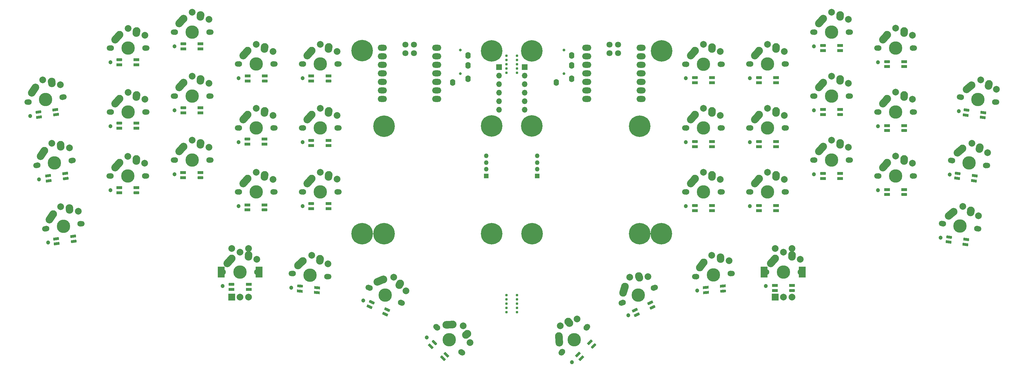
<source format=gbr>
G04 #@! TF.GenerationSoftware,KiCad,Pcbnew,(6.0.7)*
G04 #@! TF.CreationDate,2022-09-25T19:35:04+02:00*
G04 #@! TF.ProjectId,xiao_split,7869616f-5f73-4706-9c69-742e6b696361,rev?*
G04 #@! TF.SameCoordinates,Original*
G04 #@! TF.FileFunction,Soldermask,Bot*
G04 #@! TF.FilePolarity,Negative*
%FSLAX46Y46*%
G04 Gerber Fmt 4.6, Leading zero omitted, Abs format (unit mm)*
G04 Created by KiCad (PCBNEW (6.0.7)) date 2022-09-25 19:35:04*
%MOMM*%
%LPD*%
G01*
G04 APERTURE LIST*
G04 Aperture macros list*
%AMRoundRect*
0 Rectangle with rounded corners*
0 $1 Rounding radius*
0 $2 $3 $4 $5 $6 $7 $8 $9 X,Y pos of 4 corners*
0 Add a 4 corners polygon primitive as box body*
4,1,4,$2,$3,$4,$5,$6,$7,$8,$9,$2,$3,0*
0 Add four circle primitives for the rounded corners*
1,1,$1+$1,$2,$3*
1,1,$1+$1,$4,$5*
1,1,$1+$1,$6,$7*
1,1,$1+$1,$8,$9*
0 Add four rect primitives between the rounded corners*
20,1,$1+$1,$2,$3,$4,$5,0*
20,1,$1+$1,$4,$5,$6,$7,0*
20,1,$1+$1,$6,$7,$8,$9,0*
20,1,$1+$1,$8,$9,$2,$3,0*%
%AMHorizOval*
0 Thick line with rounded ends*
0 $1 width*
0 $2 $3 position (X,Y) of the first rounded end (center of the circle)*
0 $4 $5 position (X,Y) of the second rounded end (center of the circle)*
0 Add line between two ends*
20,1,$1,$2,$3,$4,$5,0*
0 Add two circle primitives to create the rounded ends*
1,1,$1,$2,$3*
1,1,$1,$4,$5*%
%AMRotRect*
0 Rectangle, with rotation*
0 The origin of the aperture is its center*
0 $1 length*
0 $2 width*
0 $3 Rotation angle, in degrees counterclockwise*
0 Add horizontal line*
21,1,$1,$2,0,0,$3*%
G04 Aperture macros list end*
%ADD10C,1.750000*%
%ADD11C,3.987800*%
%ADD12C,1.700000*%
%ADD13C,1.200000*%
%ADD14C,2.000000*%
%ADD15HorizOval,2.250000X0.019771X0.290016X-0.019771X-0.290016X0*%
%ADD16C,2.250000*%
%ADD17HorizOval,2.250000X0.654995X0.730004X-0.654995X-0.730004X0*%
%ADD18R,1.350000X1.350000*%
%ADD19O,1.350000X1.350000*%
%ADD20C,0.800000*%
%ADD21O,1.600000X2.000000*%
%ADD22C,0.787400*%
%ADD23HorizOval,2.250000X-0.020784X0.289945X0.020784X-0.289945X0*%
%ADD24HorizOval,2.250000X0.547024X0.814058X-0.547024X-0.814058X0*%
%ADD25R,2.000000X3.200000*%
%ADD26R,2.000000X2.000000*%
%ADD27HorizOval,2.250000X-0.104647X0.271199X0.104647X-0.271199X0*%
%ADD28HorizOval,2.250000X0.285114X0.938422X-0.285114X-0.938422X0*%
%ADD29R,1.700000X1.700000*%
%ADD30O,1.700000X1.700000*%
%ADD31C,6.400000*%
%ADD32HorizOval,2.250000X0.044973X0.287189X-0.044973X-0.287189X0*%
%ADD33HorizOval,2.250000X0.716127X0.670140X-0.716127X-0.670140X0*%
%ADD34HorizOval,2.250000X0.059941X0.284442X-0.059941X-0.284442X0*%
%ADD35HorizOval,2.250000X0.750218X0.631742X-0.750218X-0.631742X0*%
%ADD36O,2.750000X1.800000*%
%ADD37C,1.800000*%
%ADD38HorizOval,2.250000X0.219053X0.191092X-0.219053X-0.191092X0*%
%ADD39HorizOval,2.250000X0.979343X0.053039X-0.979343X-0.053039X0*%
%ADD40HorizOval,2.250000X-0.005580X0.290635X0.005580X-0.290635X0*%
%ADD41HorizOval,2.250000X0.588879X0.784313X-0.588879X-0.784313X0*%
%ADD42HorizOval,2.250000X-0.191092X0.219053X0.191092X-0.219053X0*%
%ADD43HorizOval,2.250000X-0.053039X0.979343X0.053039X-0.979343X0*%
%ADD44HorizOval,2.250000X0.140485X0.254488X-0.140485X-0.254488X0*%
%ADD45HorizOval,2.250000X0.902141X0.384796X-0.902141X-0.384796X0*%
%ADD46R,1.700000X0.820000*%
%ADD47RoundRect,0.205000X0.645000X0.205000X-0.645000X0.205000X-0.645000X-0.205000X0.645000X-0.205000X0*%
%ADD48RotRect,1.700000X0.820000X172.000000*%
%ADD49RoundRect,0.205000X0.667253X0.113238X-0.610192X0.292772X-0.667253X-0.113238X0.610192X-0.292772X0*%
%ADD50RoundRect,0.205000X-0.645000X-0.205000X0.645000X-0.205000X0.645000X0.205000X-0.645000X0.205000X0*%
%ADD51RotRect,1.700000X0.820000X5.000000*%
%ADD52RoundRect,0.205000X-0.624679X-0.260435X0.660413X-0.148004X0.624679X0.260435X-0.660413X0.148004X0*%
%ADD53RotRect,1.700000X0.820000X45.000000*%
%ADD54RoundRect,0.205000X-0.311127X-0.601041X0.601041X0.311127X0.311127X0.601041X-0.601041X-0.311127X0*%
%ADD55RotRect,1.700000X0.820000X25.000000*%
%ADD56RoundRect,0.205000X-0.497932X-0.458382X0.671205X0.086796X0.497932X0.458382X-0.671205X-0.086796X0*%
%ADD57RotRect,1.700000X0.820000X8.000000*%
%ADD58RoundRect,0.205000X-0.610192X-0.292772X0.667253X-0.113238X0.610192X0.292772X-0.667253X0.113238X0*%
%ADD59RotRect,1.700000X0.820000X155.000000*%
%ADD60RoundRect,0.205000X0.671205X-0.086796X-0.497932X0.458382X-0.671205X0.086796X0.497932X-0.458382X0*%
%ADD61RotRect,1.700000X0.820000X175.000000*%
%ADD62RoundRect,0.205000X0.660413X0.148004X-0.624679X0.260435X-0.660413X-0.148004X0.624679X-0.260435X0*%
%ADD63RotRect,1.700000X0.820000X135.000000*%
%ADD64RoundRect,0.205000X0.601041X-0.311127X-0.311127X0.601041X-0.601041X0.311127X0.311127X-0.601041X0*%
%ADD65RotRect,1.700000X0.820000X188.000000*%
%ADD66RoundRect,0.205000X0.610192X0.292772X-0.667253X0.113238X-0.610192X-0.292772X0.667253X-0.113238X0*%
G04 APERTURE END LIST*
D10*
G04 #@! TO.C,K12*
X124703235Y-78672271D03*
X114543235Y-78672271D03*
D11*
X119623235Y-78672271D03*
D12*
X125123235Y-78672271D03*
D13*
X114403235Y-82872271D03*
D12*
X114123235Y-78672271D03*
D14*
X124623235Y-74872271D03*
D15*
X122143006Y-73882255D03*
D16*
X122163235Y-73592271D03*
D14*
X119623235Y-72772271D03*
D16*
X117123235Y-74672271D03*
D17*
X116468230Y-75402267D03*
G04 #@! TD*
D10*
G04 #@! TO.C,K22*
X276780000Y-69142500D03*
D13*
X266480000Y-73342500D03*
D11*
X271700000Y-69142500D03*
D12*
X277200000Y-69142500D03*
D10*
X266620000Y-69142500D03*
D12*
X266200000Y-69142500D03*
D15*
X274219771Y-64352484D03*
D14*
X276700000Y-65342500D03*
D16*
X274240000Y-64062500D03*
D14*
X271700000Y-63242500D03*
D17*
X268544995Y-65872496D03*
D16*
X269200000Y-65142500D03*
G04 #@! TD*
D18*
G04 #@! TO.C,J6*
X222240000Y-83400000D03*
D19*
X222240000Y-81400000D03*
X222240000Y-79400000D03*
X222240000Y-77400000D03*
G04 #@! TD*
D12*
G04 #@! TO.C,K27*
X296250000Y-88192500D03*
D11*
X290750000Y-88192500D03*
D10*
X285670000Y-88192500D03*
D13*
X285530000Y-92392500D03*
D10*
X295830000Y-88192500D03*
D12*
X285250000Y-88192500D03*
D16*
X293290000Y-83112500D03*
D15*
X293269771Y-83402484D03*
D14*
X295750000Y-84392500D03*
D16*
X288250000Y-84192500D03*
D17*
X287594995Y-84922496D03*
D14*
X290750000Y-82292500D03*
G04 #@! TD*
D20*
G04 #@! TO.C,J1*
X199420000Y-52897500D03*
X199420000Y-45897500D03*
D21*
X201720000Y-47497500D03*
X197120000Y-55597500D03*
X201720000Y-50497500D03*
X201720000Y-54497500D03*
G04 #@! TD*
D20*
G04 #@! TO.C,J4*
X230220000Y-52897500D03*
X230220000Y-45897500D03*
D21*
X232520000Y-47497500D03*
X227920000Y-55597500D03*
X232520000Y-50497500D03*
X232520000Y-54497500D03*
G04 #@! TD*
D12*
G04 #@! TO.C,K8*
X95050000Y-83434771D03*
D11*
X100550000Y-83434771D03*
D10*
X105630000Y-83434771D03*
D12*
X106050000Y-83434771D03*
D13*
X95330000Y-87634771D03*
D10*
X95470000Y-83434771D03*
D14*
X105550000Y-79634771D03*
D15*
X103069771Y-78644755D03*
D16*
X103090000Y-78354771D03*
D17*
X97394995Y-80164767D03*
D14*
X100550000Y-77534771D03*
D16*
X98050000Y-79434771D03*
G04 #@! TD*
D11*
G04 #@! TO.C,K14*
X138673235Y-50097271D03*
D10*
X133593235Y-50097271D03*
D12*
X133173235Y-50097271D03*
D10*
X143753235Y-50097271D03*
D13*
X133453235Y-54297271D03*
D12*
X144173235Y-50097271D03*
D16*
X141213235Y-45017271D03*
D14*
X143673235Y-46297271D03*
D15*
X141193006Y-45307255D03*
D17*
X135518230Y-46827267D03*
D16*
X136173235Y-46097271D03*
D14*
X138673235Y-44197271D03*
G04 #@! TD*
D12*
G04 #@! TO.C,K7*
X106073235Y-64384771D03*
D10*
X105653235Y-64384771D03*
D13*
X95353235Y-68584771D03*
D11*
X100573235Y-64384771D03*
D10*
X95493235Y-64384771D03*
D12*
X95073235Y-64384771D03*
D16*
X103113235Y-59304771D03*
D14*
X105573235Y-60584771D03*
D15*
X103093006Y-59594755D03*
D17*
X97418230Y-61114767D03*
D14*
X100573235Y-58484771D03*
D16*
X98073235Y-60384771D03*
G04 #@! TD*
D12*
G04 #@! TO.C,K32*
X301012500Y-112005000D03*
D11*
X295512500Y-112005000D03*
D10*
X300592500Y-112005000D03*
D12*
X290012500Y-112005000D03*
D10*
X290432500Y-112005000D03*
D13*
X290292500Y-116205000D03*
D15*
X298032271Y-107214984D03*
D14*
X300512500Y-108205000D03*
D16*
X298052500Y-106925000D03*
D14*
X295512500Y-106105000D03*
D16*
X293012500Y-108005000D03*
D17*
X292357495Y-108734996D03*
G04 #@! TD*
D10*
G04 #@! TO.C,K6*
X105653235Y-45334771D03*
D12*
X95073235Y-45334771D03*
D11*
X100573235Y-45334771D03*
D10*
X95493235Y-45334771D03*
D12*
X106073235Y-45334771D03*
D13*
X95353235Y-49534771D03*
D14*
X105573235Y-41534771D03*
D16*
X103113235Y-40254771D03*
D15*
X103093006Y-40544755D03*
D16*
X98073235Y-41334771D03*
D17*
X97418230Y-42064767D03*
D14*
X100573235Y-39434771D03*
G04 #@! TD*
D22*
G04 #@! TO.C,REF\u002A\u002A*
X216235150Y-120120000D03*
X216235150Y-122660000D03*
X216235150Y-118850000D03*
X216235150Y-121390000D03*
X216235150Y-123930000D03*
G04 #@! TD*
D12*
G04 #@! TO.C,K2*
X70603526Y-61425452D03*
D10*
X71019438Y-61366999D03*
D12*
X81496474Y-59894548D03*
D13*
X71465328Y-65545609D03*
D10*
X81080562Y-59953001D03*
D11*
X76050000Y-60660000D03*
D23*
X77878607Y-55565916D03*
D16*
X77858282Y-55275939D03*
D14*
X80472483Y-56201116D03*
X75228879Y-54817418D03*
D24*
X72470603Y-57860911D03*
D16*
X73017637Y-57046860D03*
G04 #@! TD*
D25*
G04 #@! TO.C,SW1*
X128310735Y-112009771D03*
X139510735Y-112009771D03*
D26*
X131410735Y-119509771D03*
D14*
X136410735Y-119509771D03*
X133910735Y-119509771D03*
X136410735Y-105009771D03*
X131410735Y-105009771D03*
G04 #@! TD*
D10*
G04 #@! TO.C,K35*
X323770000Y-83430000D03*
D12*
X323350000Y-83430000D03*
X334350000Y-83430000D03*
D10*
X333930000Y-83430000D03*
D11*
X328850000Y-83430000D03*
D13*
X323630000Y-87630000D03*
D15*
X331369771Y-78639984D03*
D14*
X333850000Y-79630000D03*
D16*
X331390000Y-78350000D03*
D17*
X325694995Y-80159996D03*
D14*
X328850000Y-77530000D03*
D16*
X326350000Y-79430000D03*
G04 #@! TD*
D13*
G04 #@! TO.C,K24*
X249360553Y-124916906D03*
D11*
X252316483Y-118904346D03*
D10*
X256920527Y-116757445D03*
X247712439Y-121051247D03*
D12*
X257301176Y-116579946D03*
X247331790Y-121228746D03*
D14*
X255242073Y-113347285D03*
D16*
X252471604Y-113226852D03*
D27*
X252575823Y-113498216D03*
D14*
X249823035Y-113557130D03*
D28*
X248075114Y-117274078D03*
D16*
X248360240Y-116335661D03*
G04 #@! TD*
D29*
G04 #@! TO.C,J5*
X218530000Y-50980000D03*
D30*
X218530000Y-53520000D03*
X218530000Y-56060000D03*
X218530000Y-58600000D03*
X218530000Y-61140000D03*
X218530000Y-63680000D03*
G04 #@! TD*
D10*
G04 #@! TO.C,K1*
X138990735Y-112009771D03*
D13*
X128690735Y-116209771D03*
D12*
X128410735Y-112009771D03*
D11*
X133910735Y-112009771D03*
D10*
X128830735Y-112009771D03*
D12*
X139410735Y-112009771D03*
D15*
X136430506Y-107219755D03*
D16*
X136450735Y-106929771D03*
D14*
X138910735Y-108209771D03*
X133910735Y-106109771D03*
D17*
X130755730Y-108739767D03*
D16*
X131410735Y-108009771D03*
G04 #@! TD*
D10*
G04 #@! TO.C,K21*
X276790000Y-50100000D03*
D12*
X277210000Y-50100000D03*
D10*
X266630000Y-50100000D03*
D13*
X266490000Y-54300000D03*
D11*
X271710000Y-50100000D03*
D12*
X266210000Y-50100000D03*
D14*
X276710000Y-46300000D03*
D16*
X274250000Y-45020000D03*
D15*
X274229771Y-45309984D03*
D14*
X271710000Y-44200000D03*
D17*
X268554995Y-46829996D03*
D16*
X269210000Y-46100000D03*
G04 #@! TD*
D20*
G04 #@! TO.C,REF\u002A\u002A*
X167830000Y-100590000D03*
X171927056Y-98892944D03*
X168532944Y-98892944D03*
X168532944Y-102287056D03*
D31*
X170230000Y-100590000D03*
D20*
X171927056Y-102287056D03*
X170230000Y-98190000D03*
X172630000Y-100590000D03*
X170230000Y-102990000D03*
G04 #@! TD*
G04 #@! TO.C,REF\u002A\u002A*
X208700000Y-48520000D03*
D31*
X208700000Y-46120000D03*
D20*
X207002944Y-44422944D03*
X208700000Y-43720000D03*
X210397056Y-47817056D03*
X211100000Y-46120000D03*
X206300000Y-46120000D03*
X210397056Y-44422944D03*
X207002944Y-47817056D03*
G04 #@! TD*
D10*
G04 #@! TO.C,K5*
X149659331Y-112487249D03*
D13*
X149153810Y-116659065D03*
D10*
X159780669Y-113372751D03*
D12*
X160199071Y-113409357D03*
D11*
X154720000Y-112930000D03*
D12*
X149240929Y-112450643D03*
D16*
X157693086Y-108090707D03*
D14*
X160032165Y-109580239D03*
D32*
X157647661Y-108377824D03*
D33*
X151862001Y-109397462D03*
D14*
X155234219Y-107052451D03*
D16*
X152578136Y-108727332D03*
G04 #@! TD*
D11*
G04 #@! TO.C,K37*
X350698978Y-79539005D03*
D10*
X345668416Y-78832006D03*
X355729540Y-80246004D03*
D12*
X345252504Y-78773553D03*
D13*
X344945252Y-82971647D03*
D12*
X356145452Y-80304457D03*
D14*
X356179176Y-76471852D03*
D34*
X353860868Y-75146289D03*
D16*
X353921258Y-74861943D03*
X348780000Y-75230000D03*
D35*
X348029774Y-75861733D03*
D14*
X351520099Y-73696423D03*
G04 #@! TD*
D29*
G04 #@! TO.C,J2*
X210910000Y-50980000D03*
D30*
X210910000Y-53520000D03*
X210910000Y-56060000D03*
X210910000Y-58600000D03*
X210910000Y-61140000D03*
X210910000Y-63680000D03*
G04 #@! TD*
D36*
G04 #@! TO.C,M2*
X236975000Y-45240000D03*
X236975000Y-47780000D03*
X236975000Y-50320000D03*
X236975000Y-52860000D03*
X236975000Y-55400000D03*
X236975000Y-57940000D03*
X236975000Y-60480000D03*
X253165000Y-60480000D03*
X253165000Y-57940000D03*
X253165000Y-55400000D03*
X253165000Y-52860000D03*
X253165000Y-50320000D03*
X253165000Y-47780000D03*
X253165000Y-45240000D03*
D37*
X243800000Y-44288000D03*
X246340000Y-44288000D03*
X243800000Y-46828000D03*
X246340000Y-46828000D03*
G04 #@! TD*
D13*
G04 #@! TO.C,K16*
X133450000Y-92397271D03*
D12*
X144170000Y-88197271D03*
D11*
X138670000Y-88197271D03*
D10*
X143750000Y-88197271D03*
D12*
X133170000Y-88197271D03*
D10*
X133590000Y-88197271D03*
D15*
X141189771Y-83407255D03*
D16*
X141210000Y-83117271D03*
D14*
X143670000Y-84397271D03*
D16*
X136170000Y-84197271D03*
D14*
X138670000Y-82297271D03*
D17*
X135514995Y-84927267D03*
G04 #@! TD*
D10*
G04 #@! TO.C,K17*
X162803235Y-50097271D03*
X152643235Y-50097271D03*
D11*
X157723235Y-50097271D03*
D13*
X152503235Y-54297271D03*
D12*
X152223235Y-50097271D03*
X163223235Y-50097271D03*
D16*
X160263235Y-45017271D03*
D14*
X162723235Y-46297271D03*
D15*
X160243006Y-45307255D03*
D17*
X154568230Y-46827267D03*
D16*
X155223235Y-46097271D03*
D14*
X157723235Y-44197271D03*
G04 #@! TD*
D20*
G04 #@! TO.C,REF\u002A\u002A*
X206330000Y-100600000D03*
X207032944Y-98902944D03*
X207032944Y-102297056D03*
X208730000Y-98200000D03*
X211130000Y-100600000D03*
X208730000Y-103000000D03*
D31*
X208730000Y-100600000D03*
D20*
X210427056Y-102297056D03*
X210427056Y-98902944D03*
G04 #@! TD*
D11*
G04 #@! TO.C,K18*
X157723235Y-69147271D03*
D12*
X152223235Y-69147271D03*
D13*
X152503235Y-73347271D03*
D12*
X163223235Y-69147271D03*
D10*
X152643235Y-69147271D03*
X162803235Y-69147271D03*
D16*
X160263235Y-64067271D03*
D14*
X162723235Y-65347271D03*
D15*
X160243006Y-64357255D03*
D14*
X157723235Y-63247271D03*
D17*
X154568230Y-65877267D03*
D16*
X155223235Y-65147271D03*
G04 #@! TD*
D31*
G04 #@! TO.C,REF\u002A\u002A*
X170170000Y-46100000D03*
D20*
X168472944Y-47797056D03*
X170170000Y-48500000D03*
X172570000Y-46100000D03*
X170170000Y-43700000D03*
X171867056Y-47797056D03*
X167770000Y-46100000D03*
X171867056Y-44402944D03*
X168472944Y-44402944D03*
G04 #@! TD*
D10*
G04 #@! TO.C,K11*
X124703235Y-59622271D03*
D12*
X114123235Y-59622271D03*
D13*
X114403235Y-63822271D03*
D10*
X114543235Y-59622271D03*
D11*
X119623235Y-59622271D03*
D12*
X125123235Y-59622271D03*
D16*
X122163235Y-54542271D03*
D15*
X122143006Y-54832255D03*
D14*
X124623235Y-55822271D03*
D16*
X117123235Y-55622271D03*
D14*
X119623235Y-53722271D03*
D17*
X116468230Y-56352267D03*
G04 #@! TD*
D11*
G04 #@! TO.C,K23*
X271700000Y-88192500D03*
D10*
X276780000Y-88192500D03*
D13*
X266480000Y-92392500D03*
D12*
X277200000Y-88192500D03*
X266200000Y-88192500D03*
D10*
X266620000Y-88192500D03*
D14*
X276700000Y-84392500D03*
D16*
X274240000Y-83112500D03*
D15*
X274219771Y-83402484D03*
D16*
X269200000Y-84192500D03*
D14*
X271700000Y-82292500D03*
D17*
X268544995Y-84922496D03*
G04 #@! TD*
D10*
G04 #@! TO.C,K36*
X348339438Y-59965583D03*
D11*
X353370000Y-60672582D03*
D12*
X347923526Y-59907130D03*
D10*
X358400562Y-61379581D03*
D13*
X347616274Y-64105224D03*
D12*
X358816474Y-61438034D03*
D14*
X358850198Y-57605429D03*
D34*
X356531890Y-56279866D03*
D16*
X356592280Y-55995520D03*
X351451022Y-56363577D03*
D14*
X354191121Y-54830000D03*
D35*
X350700796Y-56995310D03*
G04 #@! TD*
D10*
G04 #@! TO.C,K15*
X133593235Y-69147271D03*
X143753235Y-69147271D03*
D12*
X133173235Y-69147271D03*
D13*
X133453235Y-73347271D03*
D12*
X144173235Y-69147271D03*
D11*
X138673235Y-69147271D03*
D14*
X143673235Y-65347271D03*
D15*
X141193006Y-64357255D03*
D16*
X141213235Y-64067271D03*
D14*
X138673235Y-63247271D03*
D16*
X136173235Y-65147271D03*
D17*
X135518230Y-65877267D03*
G04 #@! TD*
D18*
G04 #@! TO.C,J3*
X207130000Y-83400000D03*
D19*
X207130000Y-81400000D03*
X207130000Y-79400000D03*
X207130000Y-77400000D03*
G04 #@! TD*
D12*
G04 #@! TO.C,K25*
X285250000Y-50092500D03*
D13*
X285530000Y-54292500D03*
D10*
X285670000Y-50092500D03*
D11*
X290750000Y-50092500D03*
D10*
X295830000Y-50092500D03*
D12*
X296250000Y-50092500D03*
D14*
X295750000Y-46292500D03*
D16*
X293290000Y-45012500D03*
D15*
X293269771Y-45302484D03*
D14*
X290750000Y-44192500D03*
D16*
X288250000Y-46092500D03*
D17*
X287594995Y-46822496D03*
G04 #@! TD*
D22*
G04 #@! TO.C,REF\u002A\u002A*
X216245150Y-52720000D03*
X216245150Y-51450000D03*
X216245150Y-47640000D03*
X216245150Y-50180000D03*
X216245150Y-48910000D03*
G04 #@! TD*
D13*
G04 #@! TO.C,K13*
X189439054Y-131478751D03*
D10*
X192507898Y-128607898D03*
D12*
X199989087Y-136089087D03*
D10*
X199692102Y-135792102D03*
D11*
X196100000Y-132200000D03*
D12*
X192210913Y-128310913D03*
D14*
X202322540Y-133048528D03*
D16*
X201488154Y-130403949D03*
D38*
X201268800Y-130594694D03*
D39*
X196181317Y-127656833D03*
D14*
X200271930Y-128028070D03*
D16*
X197160660Y-127603806D03*
G04 #@! TD*
D10*
G04 #@! TO.C,K10*
X124703235Y-40572271D03*
D12*
X114123235Y-40572271D03*
D11*
X119623235Y-40572271D03*
D13*
X114403235Y-44772271D03*
D12*
X125123235Y-40572271D03*
D10*
X114543235Y-40572271D03*
D15*
X122143006Y-35782255D03*
D14*
X124623235Y-36772271D03*
D16*
X122163235Y-35492271D03*
D14*
X119623235Y-34672271D03*
D16*
X117123235Y-36572271D03*
D17*
X116468230Y-37302267D03*
G04 #@! TD*
D10*
G04 #@! TO.C,K30*
X304720000Y-59617500D03*
D13*
X304580000Y-63817500D03*
D11*
X309800000Y-59617500D03*
D10*
X314880000Y-59617500D03*
D12*
X315300000Y-59617500D03*
X304300000Y-59617500D03*
D16*
X312340000Y-54537500D03*
D14*
X314800000Y-55817500D03*
D15*
X312319771Y-54827484D03*
D16*
X307300000Y-55617500D03*
D14*
X309800000Y-53717500D03*
D17*
X306644995Y-56347496D03*
G04 #@! TD*
D10*
G04 #@! TO.C,K31*
X304720000Y-78667500D03*
D12*
X304300000Y-78667500D03*
D11*
X309800000Y-78667500D03*
D13*
X304580000Y-82867500D03*
D12*
X315300000Y-78667500D03*
D10*
X314880000Y-78667500D03*
D16*
X312340000Y-73587500D03*
D15*
X312319771Y-73877484D03*
D14*
X314800000Y-74867500D03*
X309800000Y-72767500D03*
D16*
X307300000Y-74667500D03*
D17*
X306644995Y-75397496D03*
G04 #@! TD*
D10*
G04 #@! TO.C,K3*
X83730562Y-78813001D03*
D12*
X73253526Y-80285452D03*
X84146474Y-78754548D03*
D11*
X78700000Y-79520000D03*
D13*
X74115328Y-84405609D03*
D10*
X73669438Y-80226999D03*
D23*
X80528607Y-74425916D03*
D16*
X80508282Y-74135939D03*
D14*
X83122483Y-75061116D03*
D16*
X75667637Y-75906860D03*
D14*
X77878879Y-73677418D03*
D24*
X75120603Y-76720911D03*
G04 #@! TD*
D13*
G04 #@! TO.C,K28*
X269835918Y-117541471D03*
D11*
X274670000Y-112902500D03*
D10*
X269609331Y-113345251D03*
X279730669Y-112459749D03*
D12*
X280149071Y-112423143D03*
X269190929Y-113381857D03*
D14*
X279319782Y-108681181D03*
D40*
X276762706Y-107911100D03*
D16*
X276757583Y-107620455D03*
X271830890Y-109135611D03*
D14*
X274155781Y-107024951D03*
D41*
X271242002Y-109919916D03*
G04 #@! TD*
D20*
G04 #@! TO.C,REF\u002A\u002A*
X174300000Y-100600000D03*
D31*
X176700000Y-100600000D03*
D20*
X176700000Y-98200000D03*
X178397056Y-102297056D03*
X175002944Y-98902944D03*
X176700000Y-103000000D03*
X179100000Y-100600000D03*
X178397056Y-98902944D03*
X175002944Y-102297056D03*
G04 #@! TD*
D13*
G04 #@! TO.C,K20*
X232588751Y-138843446D03*
D12*
X229420913Y-136071587D03*
D10*
X229717898Y-135774602D03*
D11*
X233310000Y-132182500D03*
D12*
X237199087Y-128293413D03*
D10*
X236902102Y-128590398D03*
D42*
X231704694Y-127013700D03*
D16*
X231513949Y-126794346D03*
D14*
X234158528Y-125959960D03*
X229138070Y-128010570D03*
D43*
X228766833Y-132101183D03*
D16*
X228713806Y-131121840D03*
G04 #@! TD*
D36*
G04 #@! TO.C,M1*
X176225000Y-45254907D03*
X176225000Y-47794907D03*
X176225000Y-50334907D03*
X176225000Y-52874907D03*
X176225000Y-55414907D03*
X176225000Y-57954907D03*
X176225000Y-60494907D03*
X192415000Y-60494907D03*
X192415000Y-57954907D03*
X192415000Y-55414907D03*
X192415000Y-52874907D03*
X192415000Y-50334907D03*
X192415000Y-47794907D03*
X192415000Y-45254907D03*
D37*
X183050000Y-44302907D03*
X185590000Y-44302907D03*
X183050000Y-46842907D03*
X185590000Y-46842907D03*
G04 #@! TD*
D25*
G04 #@! TO.C,SW2*
X301112500Y-112002500D03*
X289712500Y-112002500D03*
D26*
X293012500Y-119502500D03*
D14*
X298012500Y-119502500D03*
X295512500Y-119502500D03*
X298012500Y-105002500D03*
X293012500Y-105002500D03*
G04 #@! TD*
D10*
G04 #@! TO.C,K34*
X323770000Y-64380000D03*
D11*
X328850000Y-64380000D03*
D12*
X323350000Y-64380000D03*
D13*
X323630000Y-68580000D03*
D10*
X333930000Y-64380000D03*
D12*
X334350000Y-64380000D03*
D15*
X331369771Y-59589984D03*
D14*
X333850000Y-60580000D03*
D16*
X331390000Y-59300000D03*
D14*
X328850000Y-58480000D03*
D17*
X325694995Y-61109996D03*
D16*
X326350000Y-60380000D03*
G04 #@! TD*
D12*
G04 #@! TO.C,K38*
X353475896Y-99120982D03*
D10*
X353059984Y-99062529D03*
X342998860Y-97648531D03*
D12*
X342582948Y-97590078D03*
D13*
X342275696Y-101788172D03*
D11*
X348029422Y-98355530D03*
D34*
X351191312Y-93962814D03*
D14*
X353509620Y-95288377D03*
D16*
X351251702Y-93678468D03*
D14*
X348850543Y-92512948D03*
D35*
X345360218Y-94678258D03*
D16*
X346110444Y-94046525D03*
G04 #@! TD*
D12*
G04 #@! TO.C,K29*
X304300000Y-40567500D03*
D13*
X304580000Y-44767500D03*
D10*
X314880000Y-40567500D03*
X304720000Y-40567500D03*
D11*
X309800000Y-40567500D03*
D12*
X315300000Y-40567500D03*
D15*
X312319771Y-35777484D03*
D14*
X314800000Y-36767500D03*
D16*
X312340000Y-35487500D03*
X307300000Y-36567500D03*
D14*
X309800000Y-34667500D03*
D17*
X306644995Y-37297496D03*
G04 #@! TD*
D20*
G04 #@! TO.C,REF\u002A\u002A*
X179130000Y-68590000D03*
X175032944Y-66892944D03*
X178427056Y-66892944D03*
X178427056Y-70287056D03*
X176730000Y-66190000D03*
X175032944Y-70287056D03*
X176730000Y-70990000D03*
D31*
X176730000Y-68590000D03*
D20*
X174330000Y-68590000D03*
G04 #@! TD*
D12*
G04 #@! TO.C,K33*
X323350000Y-45330000D03*
X334350000Y-45330000D03*
D11*
X328850000Y-45330000D03*
D10*
X323770000Y-45330000D03*
X333930000Y-45330000D03*
D13*
X323630000Y-49530000D03*
D14*
X333850000Y-41530000D03*
D16*
X331390000Y-40250000D03*
D15*
X331369771Y-40539984D03*
D14*
X328850000Y-39430000D03*
D16*
X326350000Y-41330000D03*
D17*
X325694995Y-42059996D03*
G04 #@! TD*
D12*
G04 #@! TO.C,K4*
X86806474Y-97604548D03*
D13*
X76775328Y-103255609D03*
D10*
X76329438Y-99076999D03*
D11*
X81360000Y-98370000D03*
D10*
X86390562Y-97663001D03*
D12*
X75913526Y-99135452D03*
D14*
X85782483Y-93911116D03*
D16*
X83168282Y-92985939D03*
D23*
X83188607Y-93275916D03*
D14*
X80538879Y-92527418D03*
D24*
X77780603Y-95570911D03*
D16*
X78327637Y-94756860D03*
G04 #@! TD*
D20*
G04 #@! TO.C,REF\u002A\u002A*
X218952944Y-47817056D03*
X222347056Y-47817056D03*
X223050000Y-46120000D03*
X220650000Y-48520000D03*
X218250000Y-46120000D03*
D31*
X220650000Y-46120000D03*
D20*
X220650000Y-43720000D03*
X218952944Y-44422944D03*
X222347056Y-44422944D03*
G04 #@! TD*
D22*
G04 #@! TO.C,REF\u002A\u002A*
X213156000Y-120120000D03*
X213156000Y-118850000D03*
X213156000Y-121390000D03*
X213156000Y-122660000D03*
X213156000Y-123930000D03*
G04 #@! TD*
D10*
G04 #@! TO.C,K19*
X162803235Y-88180000D03*
X152643235Y-88180000D03*
D12*
X152223235Y-88180000D03*
D11*
X157723235Y-88180000D03*
D12*
X163223235Y-88180000D03*
D13*
X152503235Y-92380000D03*
D14*
X162723235Y-84380000D03*
D15*
X160243006Y-83389984D03*
D16*
X160263235Y-83100000D03*
D17*
X154568230Y-84909996D03*
D16*
X155223235Y-84180000D03*
D14*
X157723235Y-82280000D03*
G04 #@! TD*
D22*
G04 #@! TO.C,REF\u002A\u002A*
X213154850Y-50180000D03*
X213154850Y-52720000D03*
X213154850Y-51450000D03*
X213154850Y-48910000D03*
X213154850Y-47640000D03*
G04 #@! TD*
D13*
G04 #@! TO.C,K26*
X285530000Y-73342500D03*
D12*
X296250000Y-69142500D03*
D10*
X285670000Y-69142500D03*
D11*
X290750000Y-69142500D03*
D10*
X295830000Y-69142500D03*
D12*
X285250000Y-69142500D03*
D14*
X295750000Y-65342500D03*
D16*
X293290000Y-64062500D03*
D15*
X293269771Y-64352484D03*
D16*
X288250000Y-65142500D03*
D14*
X290750000Y-63242500D03*
D17*
X287594995Y-65872496D03*
G04 #@! TD*
D12*
G04 #@! TO.C,K9*
X182064693Y-121234400D03*
D10*
X172475956Y-116763099D03*
D11*
X177080000Y-118910000D03*
D10*
X181684044Y-121056901D03*
D13*
X170574077Y-120510425D03*
D12*
X172095307Y-116585600D03*
D16*
X181528923Y-115379407D03*
D44*
X181388037Y-115633673D03*
D14*
X183217488Y-117579122D03*
X179573448Y-113562784D03*
D45*
X175602559Y-114613007D03*
D16*
X176504704Y-114228223D03*
G04 #@! TD*
D20*
G04 #@! TO.C,REF\u002A\u002A*
X208750000Y-66140000D03*
X207052944Y-66842944D03*
X208750000Y-70940000D03*
D31*
X208750000Y-68540000D03*
D20*
X210447056Y-66842944D03*
X210447056Y-70237056D03*
X207052944Y-70237056D03*
X206350000Y-68540000D03*
X211150000Y-68540000D03*
G04 #@! TD*
G04 #@! TO.C,REF\u002A\u002A*
X259260000Y-48520000D03*
X260957056Y-44422944D03*
D31*
X259260000Y-46120000D03*
D20*
X260957056Y-47817056D03*
X257562944Y-47817056D03*
X257562944Y-44422944D03*
X256860000Y-46120000D03*
X259260000Y-43720000D03*
X261660000Y-46120000D03*
G04 #@! TD*
D46*
G04 #@! TO.C,D11*
X103080000Y-69160000D03*
X103080000Y-67660000D03*
D47*
X97980000Y-67660000D03*
D46*
X97980000Y-69160000D03*
G04 #@! TD*
D48*
G04 #@! TO.C,D33*
X352180804Y-84827592D03*
X352389563Y-83342190D03*
D49*
X347339196Y-82632408D03*
D48*
X347130437Y-84117810D03*
G04 #@! TD*
D31*
G04 #@! TO.C,REF\u002A\u002A*
X220700000Y-68550000D03*
D20*
X222397056Y-66852944D03*
X219002944Y-66852944D03*
X223100000Y-68550000D03*
X218300000Y-68550000D03*
X220700000Y-66150000D03*
X219002944Y-70247056D03*
X220700000Y-70950000D03*
X222397056Y-70247056D03*
G04 #@! TD*
D46*
G04 #@! TO.C,D52*
X326300000Y-87442500D03*
X326300000Y-88942500D03*
D50*
X331400000Y-88942500D03*
D46*
X331400000Y-87442500D03*
G04 #@! TD*
D20*
G04 #@! TO.C,REF\u002A\u002A*
X251052944Y-102307056D03*
X251052944Y-98912944D03*
X250350000Y-100610000D03*
X254447056Y-102307056D03*
X255150000Y-100610000D03*
X252750000Y-98210000D03*
D31*
X252750000Y-100610000D03*
D20*
X254447056Y-98912944D03*
X252750000Y-103010000D03*
G04 #@! TD*
D46*
G04 #@! TO.C,D53*
X293300000Y-74655000D03*
X293300000Y-73155000D03*
D47*
X288200000Y-73155000D03*
D46*
X288200000Y-74655000D03*
G04 #@! TD*
D51*
G04 #@! TO.C,D39*
X272384337Y-116635101D03*
X272515070Y-118129393D03*
D52*
X277595663Y-117684899D03*
D51*
X277464930Y-116190607D03*
G04 #@! TD*
D53*
G04 #@! TO.C,D51*
X234336548Y-136592792D03*
X235397208Y-137653452D03*
D54*
X239003452Y-134047208D03*
D53*
X237942792Y-132986548D03*
G04 #@! TD*
D46*
G04 #@! TO.C,D16*
X122090000Y-45560000D03*
X122090000Y-44060000D03*
D47*
X116990000Y-44060000D03*
D46*
X116990000Y-45560000D03*
G04 #@! TD*
D55*
G04 #@! TO.C,D43*
X251291951Y-123337946D03*
X251925879Y-124697407D03*
D56*
X256548049Y-122542054D03*
D55*
X255914121Y-121182593D03*
G04 #@! TD*
D46*
G04 #@! TO.C,D4*
X155070000Y-53630000D03*
X155070000Y-55130000D03*
D50*
X160170000Y-55130000D03*
D46*
X160170000Y-53630000D03*
G04 #@! TD*
G04 #@! TO.C,D56*
X274250000Y-74655000D03*
X274250000Y-73155000D03*
D47*
X269150000Y-73155000D03*
D46*
X269150000Y-74655000D03*
G04 #@! TD*
G04 #@! TO.C,D24*
X103080000Y-50295000D03*
X103080000Y-48795000D03*
D47*
X97980000Y-48795000D03*
D46*
X97980000Y-50295000D03*
G04 #@! TD*
G04 #@! TO.C,D32*
X274250000Y-93705000D03*
X274250000Y-92205000D03*
D47*
X269150000Y-92205000D03*
D46*
X269150000Y-93705000D03*
G04 #@! TD*
G04 #@! TO.C,D22*
X97970000Y-86890000D03*
X97970000Y-88390000D03*
D50*
X103070000Y-88390000D03*
D46*
X103070000Y-86890000D03*
G04 #@! TD*
D57*
G04 #@! TO.C,D3*
X76810437Y-83367190D03*
X77019196Y-84852592D03*
D58*
X82069563Y-84142810D03*
D57*
X81860804Y-82657408D03*
G04 #@! TD*
D46*
G04 #@! TO.C,D23*
X141150000Y-73915000D03*
X141150000Y-72415000D03*
D47*
X136050000Y-72415000D03*
D46*
X136050000Y-73915000D03*
G04 #@! TD*
G04 #@! TO.C,D44*
X312350000Y-84180000D03*
X312350000Y-82680000D03*
D47*
X307250000Y-82680000D03*
D46*
X307250000Y-84180000D03*
G04 #@! TD*
D31*
G04 #@! TO.C,REF\u002A\u002A*
X259220000Y-100600000D03*
D20*
X259220000Y-103000000D03*
X259220000Y-98200000D03*
X257522944Y-102297056D03*
X260917056Y-102297056D03*
X257522944Y-98902944D03*
X256820000Y-100600000D03*
X260917056Y-98902944D03*
X261620000Y-100600000D03*
G04 #@! TD*
D46*
G04 #@! TO.C,D54*
X331400000Y-50842500D03*
X331400000Y-49342500D03*
D47*
X326300000Y-49342500D03*
D46*
X326300000Y-50842500D03*
G04 #@! TD*
G04 #@! TO.C,D1*
X136463235Y-117164771D03*
X136463235Y-115664771D03*
D47*
X131363235Y-115664771D03*
D46*
X131363235Y-117164771D03*
G04 #@! TD*
G04 #@! TO.C,D31*
X292962500Y-116017500D03*
X292962500Y-117517500D03*
D50*
X298062500Y-117517500D03*
D46*
X298062500Y-116017500D03*
G04 #@! TD*
G04 #@! TO.C,D14*
X116980000Y-82410000D03*
X116980000Y-83910000D03*
D50*
X122080000Y-83910000D03*
D46*
X122080000Y-82410000D03*
G04 #@! TD*
G04 #@! TO.C,D45*
X307250000Y-63630000D03*
X307250000Y-65130000D03*
D50*
X312350000Y-65130000D03*
D46*
X312350000Y-63630000D03*
G04 #@! TD*
G04 #@! TO.C,D2*
X160170000Y-93150000D03*
X160170000Y-91650000D03*
D47*
X155070000Y-91650000D03*
D46*
X155070000Y-93150000D03*
G04 #@! TD*
D48*
G04 #@! TO.C,D57*
X354750804Y-66000232D03*
X354959563Y-64514830D03*
D49*
X349909196Y-63805048D03*
D48*
X349700437Y-65290450D03*
G04 #@! TD*
D46*
G04 #@! TO.C,D40*
X293300000Y-93705000D03*
X293300000Y-92205000D03*
D47*
X288200000Y-92205000D03*
D46*
X288200000Y-93705000D03*
G04 #@! TD*
D20*
G04 #@! TO.C,REF\u002A\u002A*
X252720000Y-71000000D03*
X250320000Y-68600000D03*
D31*
X252720000Y-68600000D03*
D20*
X251022944Y-66902944D03*
X254417056Y-70297056D03*
X255120000Y-68600000D03*
X251022944Y-70297056D03*
X254417056Y-66902944D03*
X252720000Y-66200000D03*
G04 #@! TD*
D46*
G04 #@! TO.C,D41*
X326300000Y-68392500D03*
X326300000Y-69892500D03*
D50*
X331400000Y-69892500D03*
D46*
X331400000Y-68392500D03*
G04 #@! TD*
G04 #@! TO.C,D12*
X136150000Y-53645000D03*
X136150000Y-55145000D03*
D50*
X141250000Y-55145000D03*
D46*
X141250000Y-53645000D03*
G04 #@! TD*
D20*
G04 #@! TO.C,REF\u002A\u002A*
X220720000Y-103010000D03*
X218320000Y-100610000D03*
X219022944Y-102307056D03*
X223120000Y-100610000D03*
D31*
X220720000Y-100610000D03*
D20*
X220720000Y-98210000D03*
X222417056Y-102307056D03*
X222417056Y-98912944D03*
X219022944Y-98912944D03*
G04 #@! TD*
D46*
G04 #@! TO.C,D26*
X160170000Y-74335000D03*
X160170000Y-72835000D03*
D47*
X155070000Y-72835000D03*
D46*
X155070000Y-74335000D03*
G04 #@! TD*
G04 #@! TO.C,D15*
X122090000Y-64620000D03*
X122090000Y-63120000D03*
D47*
X116990000Y-63120000D03*
D46*
X116990000Y-64620000D03*
G04 #@! TD*
G04 #@! TO.C,D42*
X293300000Y-55605000D03*
X293300000Y-54105000D03*
D47*
X288200000Y-54105000D03*
D46*
X288200000Y-55605000D03*
G04 #@! TD*
D59*
G04 #@! TO.C,D13*
X177034121Y-124527407D03*
X177668049Y-123167946D03*
D60*
X173045879Y-121012593D03*
D59*
X172411951Y-122372054D03*
G04 #@! TD*
D57*
G04 #@! TO.C,D25*
X79180437Y-102092190D03*
X79389196Y-103577592D03*
D58*
X84439563Y-102867810D03*
D57*
X84230804Y-101382408D03*
G04 #@! TD*
D48*
G04 #@! TO.C,D55*
X349630804Y-103787592D03*
X349839563Y-102302190D03*
D49*
X344789196Y-101592408D03*
D48*
X344580437Y-103077810D03*
G04 #@! TD*
D61*
G04 #@! TO.C,D9*
X156694930Y-118153555D03*
X156825663Y-116659263D03*
D62*
X151745070Y-116214769D03*
D61*
X151614337Y-117709061D03*
G04 #@! TD*
D46*
G04 #@! TO.C,D46*
X312350000Y-46080000D03*
X312350000Y-44580000D03*
D47*
X307250000Y-44580000D03*
D46*
X307250000Y-46080000D03*
G04 #@! TD*
D63*
G04 #@! TO.C,D21*
X194222792Y-137725909D03*
X195283452Y-136665249D03*
D64*
X191677208Y-133059005D03*
D63*
X190616548Y-134119665D03*
G04 #@! TD*
D65*
G04 #@! TO.C,D27*
X79159563Y-65147810D03*
X78950804Y-63662408D03*
D66*
X73900437Y-64372190D03*
D65*
X74109196Y-65857592D03*
G04 #@! TD*
D46*
G04 #@! TO.C,D34*
X274250000Y-55605000D03*
X274250000Y-54105000D03*
D47*
X269150000Y-54105000D03*
D46*
X269150000Y-55605000D03*
G04 #@! TD*
G04 #@! TO.C,D10*
X136050000Y-92025000D03*
X136050000Y-93525000D03*
D50*
X141150000Y-93525000D03*
D46*
X141150000Y-92025000D03*
G04 #@! TD*
M02*

</source>
